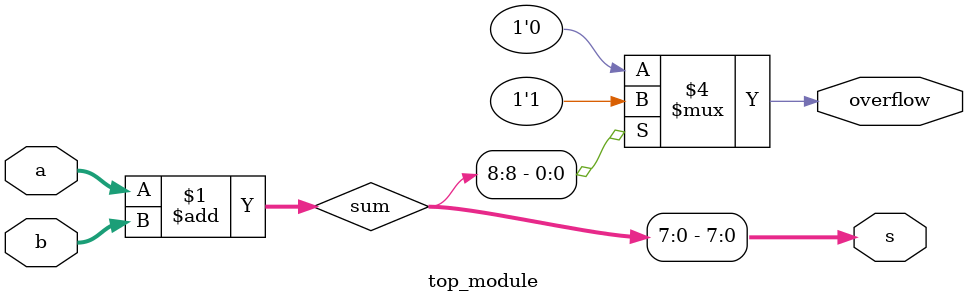
<source format=sv>
module top_module (
    input [7:0] a,
    input [7:0] b,
    output [7:0] s,
    output overflow
);

    reg [8:0] sum;
    reg overflow;
    
    assign sum = a + b;
    assign s = sum[7:0];
    
    always @(*) begin
        if (sum[8])
            overflow = 1;
        else
            overflow = 0;
    end
    
endmodule

</source>
